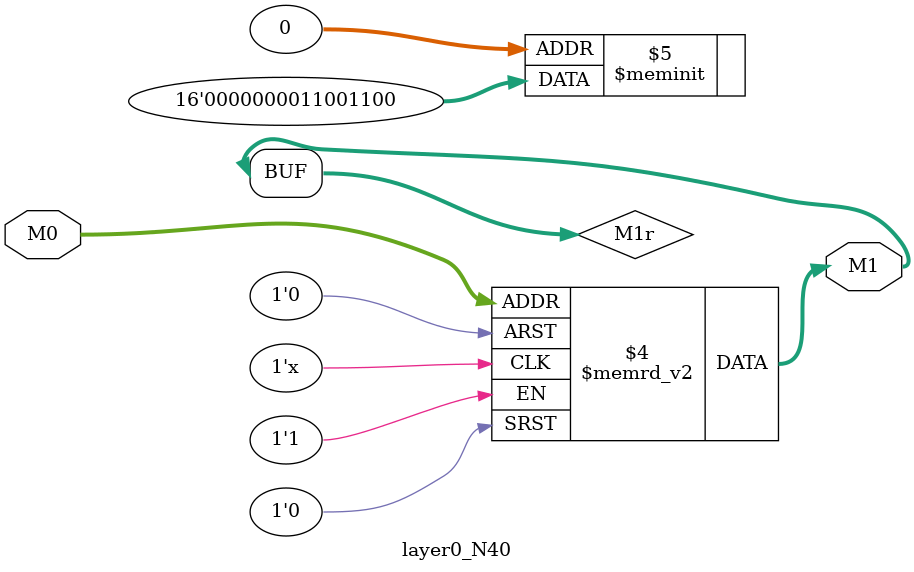
<source format=v>
module layer0_N40 ( input [2:0] M0, output [1:0] M1 );

	(*rom_style = "distributed" *) reg [1:0] M1r;
	assign M1 = M1r;
	always @ (M0) begin
		case (M0)
			3'b000: M1r = 2'b00;
			3'b100: M1r = 2'b00;
			3'b010: M1r = 2'b00;
			3'b110: M1r = 2'b00;
			3'b001: M1r = 2'b11;
			3'b101: M1r = 2'b00;
			3'b011: M1r = 2'b11;
			3'b111: M1r = 2'b00;

		endcase
	end
endmodule

</source>
